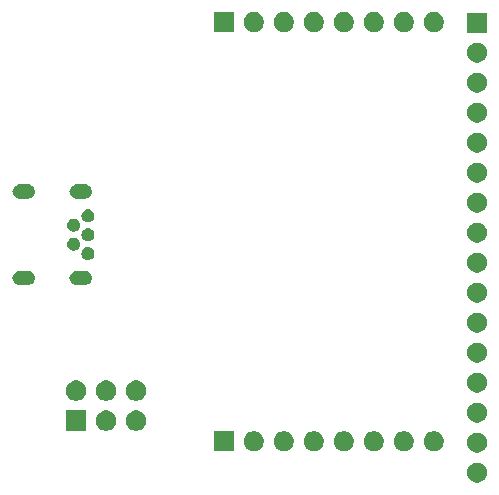
<source format=gbs>
G04 #@! TF.GenerationSoftware,KiCad,Pcbnew,(5.1.6)-1*
G04 #@! TF.CreationDate,2020-08-27T23:19:36-05:00*
G04 #@! TF.ProjectId,PikateaTPM,50696b61-7465-4615-9450-4d2e6b696361,rev?*
G04 #@! TF.SameCoordinates,Original*
G04 #@! TF.FileFunction,Soldermask,Bot*
G04 #@! TF.FilePolarity,Negative*
%FSLAX46Y46*%
G04 Gerber Fmt 4.6, Leading zero omitted, Abs format (unit mm)*
G04 Created by KiCad (PCBNEW (5.1.6)-1) date 2020-08-27 23:19:36*
%MOMM*%
%LPD*%
G01*
G04 APERTURE LIST*
%ADD10C,0.100000*%
G04 APERTURE END LIST*
D10*
G36*
X156447935Y-132082664D02*
G01*
X156602624Y-132146739D01*
X156602626Y-132146740D01*
X156741844Y-132239762D01*
X156860238Y-132358156D01*
X156953260Y-132497374D01*
X156953261Y-132497376D01*
X157017336Y-132652065D01*
X157050000Y-132816281D01*
X157050000Y-132983719D01*
X157017336Y-133147935D01*
X156953261Y-133302624D01*
X156953260Y-133302626D01*
X156860238Y-133441844D01*
X156741844Y-133560238D01*
X156602626Y-133653260D01*
X156602625Y-133653261D01*
X156602624Y-133653261D01*
X156447935Y-133717336D01*
X156283719Y-133750000D01*
X156116281Y-133750000D01*
X155952065Y-133717336D01*
X155797376Y-133653261D01*
X155797375Y-133653261D01*
X155797374Y-133653260D01*
X155658156Y-133560238D01*
X155539762Y-133441844D01*
X155446740Y-133302626D01*
X155446739Y-133302624D01*
X155382664Y-133147935D01*
X155350000Y-132983719D01*
X155350000Y-132816281D01*
X155382664Y-132652065D01*
X155446739Y-132497376D01*
X155446740Y-132497374D01*
X155539762Y-132358156D01*
X155658156Y-132239762D01*
X155797374Y-132146740D01*
X155797376Y-132146739D01*
X155952065Y-132082664D01*
X156116281Y-132050000D01*
X156283719Y-132050000D01*
X156447935Y-132082664D01*
G37*
G36*
X156447935Y-129542664D02*
G01*
X156561638Y-129589762D01*
X156602626Y-129606740D01*
X156741844Y-129699762D01*
X156860238Y-129818156D01*
X156953260Y-129957374D01*
X156953261Y-129957376D01*
X157017336Y-130112065D01*
X157050000Y-130276281D01*
X157050000Y-130443719D01*
X157017336Y-130607935D01*
X156998825Y-130652624D01*
X156953260Y-130762626D01*
X156860238Y-130901844D01*
X156741844Y-131020238D01*
X156602626Y-131113260D01*
X156602625Y-131113261D01*
X156602624Y-131113261D01*
X156447935Y-131177336D01*
X156283719Y-131210000D01*
X156116281Y-131210000D01*
X155952065Y-131177336D01*
X155797376Y-131113261D01*
X155797375Y-131113261D01*
X155797374Y-131113260D01*
X155658156Y-131020238D01*
X155539762Y-130901844D01*
X155446740Y-130762626D01*
X155401175Y-130652624D01*
X155382664Y-130607935D01*
X155350000Y-130443719D01*
X155350000Y-130276281D01*
X155382664Y-130112065D01*
X155446739Y-129957376D01*
X155446740Y-129957374D01*
X155539762Y-129818156D01*
X155658156Y-129699762D01*
X155797374Y-129606740D01*
X155838362Y-129589762D01*
X155952065Y-129542664D01*
X156116281Y-129510000D01*
X156283719Y-129510000D01*
X156447935Y-129542664D01*
G37*
G36*
X140077935Y-129432664D02*
G01*
X140232624Y-129496739D01*
X140232626Y-129496740D01*
X140371844Y-129589762D01*
X140490238Y-129708156D01*
X140563737Y-129818156D01*
X140583261Y-129847376D01*
X140647336Y-130002065D01*
X140680000Y-130166281D01*
X140680000Y-130333719D01*
X140647336Y-130497935D01*
X140583261Y-130652624D01*
X140583260Y-130652626D01*
X140490238Y-130791844D01*
X140371844Y-130910238D01*
X140232626Y-131003260D01*
X140232625Y-131003261D01*
X140232624Y-131003261D01*
X140077935Y-131067336D01*
X139913719Y-131100000D01*
X139746281Y-131100000D01*
X139582065Y-131067336D01*
X139427376Y-131003261D01*
X139427375Y-131003261D01*
X139427374Y-131003260D01*
X139288156Y-130910238D01*
X139169762Y-130791844D01*
X139076740Y-130652626D01*
X139076739Y-130652624D01*
X139012664Y-130497935D01*
X138980000Y-130333719D01*
X138980000Y-130166281D01*
X139012664Y-130002065D01*
X139076739Y-129847376D01*
X139096263Y-129818156D01*
X139169762Y-129708156D01*
X139288156Y-129589762D01*
X139427374Y-129496740D01*
X139427376Y-129496739D01*
X139582065Y-129432664D01*
X139746281Y-129400000D01*
X139913719Y-129400000D01*
X140077935Y-129432664D01*
G37*
G36*
X137537935Y-129432664D02*
G01*
X137692624Y-129496739D01*
X137692626Y-129496740D01*
X137831844Y-129589762D01*
X137950238Y-129708156D01*
X138023737Y-129818156D01*
X138043261Y-129847376D01*
X138107336Y-130002065D01*
X138140000Y-130166281D01*
X138140000Y-130333719D01*
X138107336Y-130497935D01*
X138043261Y-130652624D01*
X138043260Y-130652626D01*
X137950238Y-130791844D01*
X137831844Y-130910238D01*
X137692626Y-131003260D01*
X137692625Y-131003261D01*
X137692624Y-131003261D01*
X137537935Y-131067336D01*
X137373719Y-131100000D01*
X137206281Y-131100000D01*
X137042065Y-131067336D01*
X136887376Y-131003261D01*
X136887375Y-131003261D01*
X136887374Y-131003260D01*
X136748156Y-130910238D01*
X136629762Y-130791844D01*
X136536740Y-130652626D01*
X136536739Y-130652624D01*
X136472664Y-130497935D01*
X136440000Y-130333719D01*
X136440000Y-130166281D01*
X136472664Y-130002065D01*
X136536739Y-129847376D01*
X136556263Y-129818156D01*
X136629762Y-129708156D01*
X136748156Y-129589762D01*
X136887374Y-129496740D01*
X136887376Y-129496739D01*
X137042065Y-129432664D01*
X137206281Y-129400000D01*
X137373719Y-129400000D01*
X137537935Y-129432664D01*
G37*
G36*
X135600000Y-131100000D02*
G01*
X133900000Y-131100000D01*
X133900000Y-129400000D01*
X135600000Y-129400000D01*
X135600000Y-131100000D01*
G37*
G36*
X145157935Y-129432664D02*
G01*
X145312624Y-129496739D01*
X145312626Y-129496740D01*
X145451844Y-129589762D01*
X145570238Y-129708156D01*
X145643737Y-129818156D01*
X145663261Y-129847376D01*
X145727336Y-130002065D01*
X145760000Y-130166281D01*
X145760000Y-130333719D01*
X145727336Y-130497935D01*
X145663261Y-130652624D01*
X145663260Y-130652626D01*
X145570238Y-130791844D01*
X145451844Y-130910238D01*
X145312626Y-131003260D01*
X145312625Y-131003261D01*
X145312624Y-131003261D01*
X145157935Y-131067336D01*
X144993719Y-131100000D01*
X144826281Y-131100000D01*
X144662065Y-131067336D01*
X144507376Y-131003261D01*
X144507375Y-131003261D01*
X144507374Y-131003260D01*
X144368156Y-130910238D01*
X144249762Y-130791844D01*
X144156740Y-130652626D01*
X144156739Y-130652624D01*
X144092664Y-130497935D01*
X144060000Y-130333719D01*
X144060000Y-130166281D01*
X144092664Y-130002065D01*
X144156739Y-129847376D01*
X144176263Y-129818156D01*
X144249762Y-129708156D01*
X144368156Y-129589762D01*
X144507374Y-129496740D01*
X144507376Y-129496739D01*
X144662065Y-129432664D01*
X144826281Y-129400000D01*
X144993719Y-129400000D01*
X145157935Y-129432664D01*
G37*
G36*
X147697935Y-129432664D02*
G01*
X147852624Y-129496739D01*
X147852626Y-129496740D01*
X147991844Y-129589762D01*
X148110238Y-129708156D01*
X148183737Y-129818156D01*
X148203261Y-129847376D01*
X148267336Y-130002065D01*
X148300000Y-130166281D01*
X148300000Y-130333719D01*
X148267336Y-130497935D01*
X148203261Y-130652624D01*
X148203260Y-130652626D01*
X148110238Y-130791844D01*
X147991844Y-130910238D01*
X147852626Y-131003260D01*
X147852625Y-131003261D01*
X147852624Y-131003261D01*
X147697935Y-131067336D01*
X147533719Y-131100000D01*
X147366281Y-131100000D01*
X147202065Y-131067336D01*
X147047376Y-131003261D01*
X147047375Y-131003261D01*
X147047374Y-131003260D01*
X146908156Y-130910238D01*
X146789762Y-130791844D01*
X146696740Y-130652626D01*
X146696739Y-130652624D01*
X146632664Y-130497935D01*
X146600000Y-130333719D01*
X146600000Y-130166281D01*
X146632664Y-130002065D01*
X146696739Y-129847376D01*
X146716263Y-129818156D01*
X146789762Y-129708156D01*
X146908156Y-129589762D01*
X147047374Y-129496740D01*
X147047376Y-129496739D01*
X147202065Y-129432664D01*
X147366281Y-129400000D01*
X147533719Y-129400000D01*
X147697935Y-129432664D01*
G37*
G36*
X150237935Y-129432664D02*
G01*
X150392624Y-129496739D01*
X150392626Y-129496740D01*
X150531844Y-129589762D01*
X150650238Y-129708156D01*
X150723737Y-129818156D01*
X150743261Y-129847376D01*
X150807336Y-130002065D01*
X150840000Y-130166281D01*
X150840000Y-130333719D01*
X150807336Y-130497935D01*
X150743261Y-130652624D01*
X150743260Y-130652626D01*
X150650238Y-130791844D01*
X150531844Y-130910238D01*
X150392626Y-131003260D01*
X150392625Y-131003261D01*
X150392624Y-131003261D01*
X150237935Y-131067336D01*
X150073719Y-131100000D01*
X149906281Y-131100000D01*
X149742065Y-131067336D01*
X149587376Y-131003261D01*
X149587375Y-131003261D01*
X149587374Y-131003260D01*
X149448156Y-130910238D01*
X149329762Y-130791844D01*
X149236740Y-130652626D01*
X149236739Y-130652624D01*
X149172664Y-130497935D01*
X149140000Y-130333719D01*
X149140000Y-130166281D01*
X149172664Y-130002065D01*
X149236739Y-129847376D01*
X149256263Y-129818156D01*
X149329762Y-129708156D01*
X149448156Y-129589762D01*
X149587374Y-129496740D01*
X149587376Y-129496739D01*
X149742065Y-129432664D01*
X149906281Y-129400000D01*
X150073719Y-129400000D01*
X150237935Y-129432664D01*
G37*
G36*
X152777935Y-129432664D02*
G01*
X152932624Y-129496739D01*
X152932626Y-129496740D01*
X153071844Y-129589762D01*
X153190238Y-129708156D01*
X153263737Y-129818156D01*
X153283261Y-129847376D01*
X153347336Y-130002065D01*
X153380000Y-130166281D01*
X153380000Y-130333719D01*
X153347336Y-130497935D01*
X153283261Y-130652624D01*
X153283260Y-130652626D01*
X153190238Y-130791844D01*
X153071844Y-130910238D01*
X152932626Y-131003260D01*
X152932625Y-131003261D01*
X152932624Y-131003261D01*
X152777935Y-131067336D01*
X152613719Y-131100000D01*
X152446281Y-131100000D01*
X152282065Y-131067336D01*
X152127376Y-131003261D01*
X152127375Y-131003261D01*
X152127374Y-131003260D01*
X151988156Y-130910238D01*
X151869762Y-130791844D01*
X151776740Y-130652626D01*
X151776739Y-130652624D01*
X151712664Y-130497935D01*
X151680000Y-130333719D01*
X151680000Y-130166281D01*
X151712664Y-130002065D01*
X151776739Y-129847376D01*
X151796263Y-129818156D01*
X151869762Y-129708156D01*
X151988156Y-129589762D01*
X152127374Y-129496740D01*
X152127376Y-129496739D01*
X152282065Y-129432664D01*
X152446281Y-129400000D01*
X152613719Y-129400000D01*
X152777935Y-129432664D01*
G37*
G36*
X142617935Y-129432664D02*
G01*
X142772624Y-129496739D01*
X142772626Y-129496740D01*
X142911844Y-129589762D01*
X143030238Y-129708156D01*
X143103737Y-129818156D01*
X143123261Y-129847376D01*
X143187336Y-130002065D01*
X143220000Y-130166281D01*
X143220000Y-130333719D01*
X143187336Y-130497935D01*
X143123261Y-130652624D01*
X143123260Y-130652626D01*
X143030238Y-130791844D01*
X142911844Y-130910238D01*
X142772626Y-131003260D01*
X142772625Y-131003261D01*
X142772624Y-131003261D01*
X142617935Y-131067336D01*
X142453719Y-131100000D01*
X142286281Y-131100000D01*
X142122065Y-131067336D01*
X141967376Y-131003261D01*
X141967375Y-131003261D01*
X141967374Y-131003260D01*
X141828156Y-130910238D01*
X141709762Y-130791844D01*
X141616740Y-130652626D01*
X141616739Y-130652624D01*
X141552664Y-130497935D01*
X141520000Y-130333719D01*
X141520000Y-130166281D01*
X141552664Y-130002065D01*
X141616739Y-129847376D01*
X141636263Y-129818156D01*
X141709762Y-129708156D01*
X141828156Y-129589762D01*
X141967374Y-129496740D01*
X141967376Y-129496739D01*
X142122065Y-129432664D01*
X142286281Y-129400000D01*
X142453719Y-129400000D01*
X142617935Y-129432664D01*
G37*
G36*
X123113600Y-129363600D02*
G01*
X121386400Y-129363600D01*
X121386400Y-127636400D01*
X123113600Y-127636400D01*
X123113600Y-129363600D01*
G37*
G36*
X125041903Y-127669587D02*
G01*
X125199068Y-127734687D01*
X125340513Y-127829198D01*
X125460802Y-127949487D01*
X125555313Y-128090932D01*
X125620413Y-128248097D01*
X125653600Y-128414943D01*
X125653600Y-128585057D01*
X125620413Y-128751903D01*
X125555313Y-128909068D01*
X125460802Y-129050513D01*
X125340513Y-129170802D01*
X125199068Y-129265313D01*
X125041903Y-129330413D01*
X124875057Y-129363600D01*
X124704943Y-129363600D01*
X124538097Y-129330413D01*
X124380932Y-129265313D01*
X124239487Y-129170802D01*
X124119198Y-129050513D01*
X124024687Y-128909068D01*
X123959587Y-128751903D01*
X123926400Y-128585057D01*
X123926400Y-128414943D01*
X123959587Y-128248097D01*
X124024687Y-128090932D01*
X124119198Y-127949487D01*
X124239487Y-127829198D01*
X124380932Y-127734687D01*
X124538097Y-127669587D01*
X124704943Y-127636400D01*
X124875057Y-127636400D01*
X125041903Y-127669587D01*
G37*
G36*
X127581903Y-127669587D02*
G01*
X127739068Y-127734687D01*
X127880513Y-127829198D01*
X128000802Y-127949487D01*
X128095313Y-128090932D01*
X128160413Y-128248097D01*
X128193600Y-128414943D01*
X128193600Y-128585057D01*
X128160413Y-128751903D01*
X128095313Y-128909068D01*
X128000802Y-129050513D01*
X127880513Y-129170802D01*
X127739068Y-129265313D01*
X127581903Y-129330413D01*
X127415057Y-129363600D01*
X127244943Y-129363600D01*
X127078097Y-129330413D01*
X126920932Y-129265313D01*
X126779487Y-129170802D01*
X126659198Y-129050513D01*
X126564687Y-128909068D01*
X126499587Y-128751903D01*
X126466400Y-128585057D01*
X126466400Y-128414943D01*
X126499587Y-128248097D01*
X126564687Y-128090932D01*
X126659198Y-127949487D01*
X126779487Y-127829198D01*
X126920932Y-127734687D01*
X127078097Y-127669587D01*
X127244943Y-127636400D01*
X127415057Y-127636400D01*
X127581903Y-127669587D01*
G37*
G36*
X156447935Y-127002664D02*
G01*
X156602624Y-127066739D01*
X156602626Y-127066740D01*
X156741844Y-127159762D01*
X156860238Y-127278156D01*
X156953260Y-127417374D01*
X156953261Y-127417376D01*
X157017336Y-127572065D01*
X157050000Y-127736281D01*
X157050000Y-127903719D01*
X157017336Y-128067935D01*
X156953261Y-128222624D01*
X156953260Y-128222626D01*
X156860238Y-128361844D01*
X156741844Y-128480238D01*
X156602626Y-128573260D01*
X156602625Y-128573261D01*
X156602624Y-128573261D01*
X156447935Y-128637336D01*
X156283719Y-128670000D01*
X156116281Y-128670000D01*
X155952065Y-128637336D01*
X155797376Y-128573261D01*
X155797375Y-128573261D01*
X155797374Y-128573260D01*
X155658156Y-128480238D01*
X155539762Y-128361844D01*
X155446740Y-128222626D01*
X155446739Y-128222624D01*
X155382664Y-128067935D01*
X155350000Y-127903719D01*
X155350000Y-127736281D01*
X155382664Y-127572065D01*
X155446739Y-127417376D01*
X155446740Y-127417374D01*
X155539762Y-127278156D01*
X155658156Y-127159762D01*
X155797374Y-127066740D01*
X155797376Y-127066739D01*
X155952065Y-127002664D01*
X156116281Y-126970000D01*
X156283719Y-126970000D01*
X156447935Y-127002664D01*
G37*
G36*
X127581903Y-125129587D02*
G01*
X127739068Y-125194687D01*
X127880513Y-125289198D01*
X128000802Y-125409487D01*
X128095313Y-125550932D01*
X128160413Y-125708097D01*
X128193600Y-125874943D01*
X128193600Y-126045057D01*
X128160413Y-126211903D01*
X128095313Y-126369068D01*
X128000802Y-126510513D01*
X127880513Y-126630802D01*
X127739068Y-126725313D01*
X127581903Y-126790413D01*
X127415057Y-126823600D01*
X127244943Y-126823600D01*
X127078097Y-126790413D01*
X126920932Y-126725313D01*
X126779487Y-126630802D01*
X126659198Y-126510513D01*
X126564687Y-126369068D01*
X126499587Y-126211903D01*
X126466400Y-126045057D01*
X126466400Y-125874943D01*
X126499587Y-125708097D01*
X126564687Y-125550932D01*
X126659198Y-125409487D01*
X126779487Y-125289198D01*
X126920932Y-125194687D01*
X127078097Y-125129587D01*
X127244943Y-125096400D01*
X127415057Y-125096400D01*
X127581903Y-125129587D01*
G37*
G36*
X122501903Y-125129587D02*
G01*
X122659068Y-125194687D01*
X122800513Y-125289198D01*
X122920802Y-125409487D01*
X123015313Y-125550932D01*
X123080413Y-125708097D01*
X123113600Y-125874943D01*
X123113600Y-126045057D01*
X123080413Y-126211903D01*
X123015313Y-126369068D01*
X122920802Y-126510513D01*
X122800513Y-126630802D01*
X122659068Y-126725313D01*
X122501903Y-126790413D01*
X122335057Y-126823600D01*
X122164943Y-126823600D01*
X121998097Y-126790413D01*
X121840932Y-126725313D01*
X121699487Y-126630802D01*
X121579198Y-126510513D01*
X121484687Y-126369068D01*
X121419587Y-126211903D01*
X121386400Y-126045057D01*
X121386400Y-125874943D01*
X121419587Y-125708097D01*
X121484687Y-125550932D01*
X121579198Y-125409487D01*
X121699487Y-125289198D01*
X121840932Y-125194687D01*
X121998097Y-125129587D01*
X122164943Y-125096400D01*
X122335057Y-125096400D01*
X122501903Y-125129587D01*
G37*
G36*
X125041903Y-125129587D02*
G01*
X125199068Y-125194687D01*
X125340513Y-125289198D01*
X125460802Y-125409487D01*
X125555313Y-125550932D01*
X125620413Y-125708097D01*
X125653600Y-125874943D01*
X125653600Y-126045057D01*
X125620413Y-126211903D01*
X125555313Y-126369068D01*
X125460802Y-126510513D01*
X125340513Y-126630802D01*
X125199068Y-126725313D01*
X125041903Y-126790413D01*
X124875057Y-126823600D01*
X124704943Y-126823600D01*
X124538097Y-126790413D01*
X124380932Y-126725313D01*
X124239487Y-126630802D01*
X124119198Y-126510513D01*
X124024687Y-126369068D01*
X123959587Y-126211903D01*
X123926400Y-126045057D01*
X123926400Y-125874943D01*
X123959587Y-125708097D01*
X124024687Y-125550932D01*
X124119198Y-125409487D01*
X124239487Y-125289198D01*
X124380932Y-125194687D01*
X124538097Y-125129587D01*
X124704943Y-125096400D01*
X124875057Y-125096400D01*
X125041903Y-125129587D01*
G37*
G36*
X156447935Y-124462664D02*
G01*
X156602624Y-124526739D01*
X156602626Y-124526740D01*
X156741844Y-124619762D01*
X156860238Y-124738156D01*
X156953260Y-124877374D01*
X156953261Y-124877376D01*
X157017336Y-125032065D01*
X157050000Y-125196281D01*
X157050000Y-125363719D01*
X157017336Y-125527935D01*
X156953261Y-125682624D01*
X156953260Y-125682626D01*
X156860238Y-125821844D01*
X156741844Y-125940238D01*
X156602626Y-126033260D01*
X156602625Y-126033261D01*
X156602624Y-126033261D01*
X156447935Y-126097336D01*
X156283719Y-126130000D01*
X156116281Y-126130000D01*
X155952065Y-126097336D01*
X155797376Y-126033261D01*
X155797375Y-126033261D01*
X155797374Y-126033260D01*
X155658156Y-125940238D01*
X155539762Y-125821844D01*
X155446740Y-125682626D01*
X155446739Y-125682624D01*
X155382664Y-125527935D01*
X155350000Y-125363719D01*
X155350000Y-125196281D01*
X155382664Y-125032065D01*
X155446739Y-124877376D01*
X155446740Y-124877374D01*
X155539762Y-124738156D01*
X155658156Y-124619762D01*
X155797374Y-124526740D01*
X155797376Y-124526739D01*
X155952065Y-124462664D01*
X156116281Y-124430000D01*
X156283719Y-124430000D01*
X156447935Y-124462664D01*
G37*
G36*
X156447935Y-121922664D02*
G01*
X156602624Y-121986739D01*
X156602626Y-121986740D01*
X156741844Y-122079762D01*
X156860238Y-122198156D01*
X156953260Y-122337374D01*
X156953261Y-122337376D01*
X157017336Y-122492065D01*
X157050000Y-122656281D01*
X157050000Y-122823719D01*
X157017336Y-122987935D01*
X156953261Y-123142624D01*
X156953260Y-123142626D01*
X156860238Y-123281844D01*
X156741844Y-123400238D01*
X156602626Y-123493260D01*
X156602625Y-123493261D01*
X156602624Y-123493261D01*
X156447935Y-123557336D01*
X156283719Y-123590000D01*
X156116281Y-123590000D01*
X155952065Y-123557336D01*
X155797376Y-123493261D01*
X155797375Y-123493261D01*
X155797374Y-123493260D01*
X155658156Y-123400238D01*
X155539762Y-123281844D01*
X155446740Y-123142626D01*
X155446739Y-123142624D01*
X155382664Y-122987935D01*
X155350000Y-122823719D01*
X155350000Y-122656281D01*
X155382664Y-122492065D01*
X155446739Y-122337376D01*
X155446740Y-122337374D01*
X155539762Y-122198156D01*
X155658156Y-122079762D01*
X155797374Y-121986740D01*
X155797376Y-121986739D01*
X155952065Y-121922664D01*
X156116281Y-121890000D01*
X156283719Y-121890000D01*
X156447935Y-121922664D01*
G37*
G36*
X156447935Y-119382664D02*
G01*
X156602624Y-119446739D01*
X156602626Y-119446740D01*
X156741844Y-119539762D01*
X156860238Y-119658156D01*
X156953260Y-119797374D01*
X156953261Y-119797376D01*
X157017336Y-119952065D01*
X157050000Y-120116281D01*
X157050000Y-120283719D01*
X157017336Y-120447935D01*
X156953261Y-120602624D01*
X156953260Y-120602626D01*
X156860238Y-120741844D01*
X156741844Y-120860238D01*
X156602626Y-120953260D01*
X156602625Y-120953261D01*
X156602624Y-120953261D01*
X156447935Y-121017336D01*
X156283719Y-121050000D01*
X156116281Y-121050000D01*
X155952065Y-121017336D01*
X155797376Y-120953261D01*
X155797375Y-120953261D01*
X155797374Y-120953260D01*
X155658156Y-120860238D01*
X155539762Y-120741844D01*
X155446740Y-120602626D01*
X155446739Y-120602624D01*
X155382664Y-120447935D01*
X155350000Y-120283719D01*
X155350000Y-120116281D01*
X155382664Y-119952065D01*
X155446739Y-119797376D01*
X155446740Y-119797374D01*
X155539762Y-119658156D01*
X155658156Y-119539762D01*
X155797374Y-119446740D01*
X155797376Y-119446739D01*
X155952065Y-119382664D01*
X156116281Y-119350000D01*
X156283719Y-119350000D01*
X156447935Y-119382664D01*
G37*
G36*
X156447935Y-116842664D02*
G01*
X156602624Y-116906739D01*
X156602626Y-116906740D01*
X156741844Y-116999762D01*
X156860238Y-117118156D01*
X156953260Y-117257374D01*
X156953261Y-117257376D01*
X157017336Y-117412065D01*
X157050000Y-117576281D01*
X157050000Y-117743719D01*
X157017336Y-117907935D01*
X156953261Y-118062624D01*
X156953260Y-118062626D01*
X156860238Y-118201844D01*
X156741844Y-118320238D01*
X156602626Y-118413260D01*
X156602625Y-118413261D01*
X156602624Y-118413261D01*
X156447935Y-118477336D01*
X156283719Y-118510000D01*
X156116281Y-118510000D01*
X155952065Y-118477336D01*
X155797376Y-118413261D01*
X155797375Y-118413261D01*
X155797374Y-118413260D01*
X155658156Y-118320238D01*
X155539762Y-118201844D01*
X155446740Y-118062626D01*
X155446739Y-118062624D01*
X155382664Y-117907935D01*
X155350000Y-117743719D01*
X155350000Y-117576281D01*
X155382664Y-117412065D01*
X155446739Y-117257376D01*
X155446740Y-117257374D01*
X155539762Y-117118156D01*
X155658156Y-116999762D01*
X155797374Y-116906740D01*
X155797376Y-116906739D01*
X155952065Y-116842664D01*
X156116281Y-116810000D01*
X156283719Y-116810000D01*
X156447935Y-116842664D01*
G37*
G36*
X118282099Y-115808682D02*
G01*
X118395199Y-115842990D01*
X118499433Y-115898704D01*
X118590795Y-115973683D01*
X118665774Y-116065045D01*
X118721488Y-116169279D01*
X118755796Y-116282379D01*
X118767381Y-116400000D01*
X118755796Y-116517621D01*
X118721488Y-116630721D01*
X118665774Y-116734955D01*
X118590795Y-116826317D01*
X118499433Y-116901296D01*
X118395199Y-116957010D01*
X118282099Y-116991318D01*
X118193952Y-117000000D01*
X117435004Y-117000000D01*
X117346857Y-116991318D01*
X117233757Y-116957010D01*
X117129523Y-116901296D01*
X117038161Y-116826317D01*
X116963182Y-116734955D01*
X116907468Y-116630721D01*
X116873160Y-116517621D01*
X116861575Y-116400000D01*
X116873160Y-116282379D01*
X116907468Y-116169279D01*
X116963182Y-116065045D01*
X117038161Y-115973683D01*
X117129523Y-115898704D01*
X117233757Y-115842990D01*
X117346857Y-115808682D01*
X117435004Y-115800000D01*
X118193952Y-115800000D01*
X118282099Y-115808682D01*
G37*
G36*
X123102099Y-115808682D02*
G01*
X123215199Y-115842990D01*
X123319433Y-115898704D01*
X123410795Y-115973683D01*
X123485774Y-116065045D01*
X123541488Y-116169279D01*
X123575796Y-116282379D01*
X123587381Y-116400000D01*
X123575796Y-116517621D01*
X123541488Y-116630721D01*
X123485774Y-116734955D01*
X123410795Y-116826317D01*
X123319433Y-116901296D01*
X123215199Y-116957010D01*
X123102099Y-116991318D01*
X123013952Y-117000000D01*
X122255004Y-117000000D01*
X122166857Y-116991318D01*
X122053757Y-116957010D01*
X121949523Y-116901296D01*
X121858161Y-116826317D01*
X121783182Y-116734955D01*
X121727468Y-116630721D01*
X121693160Y-116517621D01*
X121681575Y-116400000D01*
X121693160Y-116282379D01*
X121727468Y-116169279D01*
X121783182Y-116065045D01*
X121858161Y-115973683D01*
X121949523Y-115898704D01*
X122053757Y-115842990D01*
X122166857Y-115808682D01*
X122255004Y-115800000D01*
X123013952Y-115800000D01*
X123102099Y-115808682D01*
G37*
G36*
X156447935Y-114302664D02*
G01*
X156602624Y-114366739D01*
X156602626Y-114366740D01*
X156741844Y-114459762D01*
X156860238Y-114578156D01*
X156953260Y-114717374D01*
X156953261Y-114717376D01*
X157017336Y-114872065D01*
X157050000Y-115036281D01*
X157050000Y-115203719D01*
X157017336Y-115367935D01*
X156953261Y-115522624D01*
X156953260Y-115522626D01*
X156860238Y-115661844D01*
X156741844Y-115780238D01*
X156602626Y-115873260D01*
X156602625Y-115873261D01*
X156602624Y-115873261D01*
X156447935Y-115937336D01*
X156283719Y-115970000D01*
X156116281Y-115970000D01*
X155952065Y-115937336D01*
X155797376Y-115873261D01*
X155797375Y-115873261D01*
X155797374Y-115873260D01*
X155658156Y-115780238D01*
X155539762Y-115661844D01*
X155446740Y-115522626D01*
X155446739Y-115522624D01*
X155382664Y-115367935D01*
X155350000Y-115203719D01*
X155350000Y-115036281D01*
X155382664Y-114872065D01*
X155446739Y-114717376D01*
X155446740Y-114717374D01*
X155539762Y-114578156D01*
X155658156Y-114459762D01*
X155797374Y-114366740D01*
X155797376Y-114366739D01*
X155952065Y-114302664D01*
X156116281Y-114270000D01*
X156283719Y-114270000D01*
X156447935Y-114302664D01*
G37*
G36*
X123359487Y-113814091D02*
G01*
X123394907Y-113821136D01*
X123444954Y-113841866D01*
X123495002Y-113862597D01*
X123585080Y-113922785D01*
X123661693Y-113999398D01*
X123721881Y-114089476D01*
X123763342Y-114189572D01*
X123784478Y-114295828D01*
X123784478Y-114404172D01*
X123763342Y-114510428D01*
X123721881Y-114610524D01*
X123661693Y-114700602D01*
X123585080Y-114777215D01*
X123495002Y-114837403D01*
X123444954Y-114858133D01*
X123394907Y-114878864D01*
X123359487Y-114885909D01*
X123288650Y-114900000D01*
X123180306Y-114900000D01*
X123109469Y-114885909D01*
X123074049Y-114878864D01*
X123024002Y-114858133D01*
X122973954Y-114837403D01*
X122883876Y-114777215D01*
X122807263Y-114700602D01*
X122747075Y-114610524D01*
X122705614Y-114510428D01*
X122684478Y-114404172D01*
X122684478Y-114295828D01*
X122705614Y-114189572D01*
X122747075Y-114089476D01*
X122807263Y-113999398D01*
X122883876Y-113922785D01*
X122973954Y-113862597D01*
X123024002Y-113841866D01*
X123074049Y-113821136D01*
X123109469Y-113814091D01*
X123180306Y-113800000D01*
X123288650Y-113800000D01*
X123359487Y-113814091D01*
G37*
G36*
X122159487Y-113014091D02*
G01*
X122194907Y-113021136D01*
X122244954Y-113041867D01*
X122295002Y-113062597D01*
X122385080Y-113122785D01*
X122461693Y-113199398D01*
X122521881Y-113289476D01*
X122521881Y-113289477D01*
X122563342Y-113389571D01*
X122570387Y-113424991D01*
X122584478Y-113495828D01*
X122584478Y-113604172D01*
X122563342Y-113710428D01*
X122521881Y-113810524D01*
X122461693Y-113900602D01*
X122385080Y-113977215D01*
X122295002Y-114037403D01*
X122244954Y-114058133D01*
X122194907Y-114078864D01*
X122159487Y-114085909D01*
X122088650Y-114100000D01*
X121980306Y-114100000D01*
X121909469Y-114085909D01*
X121874049Y-114078864D01*
X121824002Y-114058133D01*
X121773954Y-114037403D01*
X121683876Y-113977215D01*
X121607263Y-113900602D01*
X121547075Y-113810524D01*
X121505614Y-113710428D01*
X121484478Y-113604172D01*
X121484478Y-113495828D01*
X121498569Y-113424991D01*
X121505614Y-113389571D01*
X121547075Y-113289477D01*
X121547075Y-113289476D01*
X121607263Y-113199398D01*
X121683876Y-113122785D01*
X121773954Y-113062597D01*
X121824002Y-113041867D01*
X121874049Y-113021136D01*
X121909469Y-113014091D01*
X121980306Y-113000000D01*
X122088650Y-113000000D01*
X122159487Y-113014091D01*
G37*
G36*
X156447935Y-111762664D02*
G01*
X156602624Y-111826739D01*
X156602626Y-111826740D01*
X156741844Y-111919762D01*
X156860238Y-112038156D01*
X156908528Y-112110428D01*
X156953261Y-112177376D01*
X157017336Y-112332065D01*
X157050000Y-112496281D01*
X157050000Y-112663719D01*
X157017336Y-112827935D01*
X156983166Y-112910428D01*
X156953260Y-112982626D01*
X156860238Y-113121844D01*
X156741844Y-113240238D01*
X156602626Y-113333260D01*
X156602625Y-113333261D01*
X156602624Y-113333261D01*
X156447935Y-113397336D01*
X156283719Y-113430000D01*
X156116281Y-113430000D01*
X155952065Y-113397336D01*
X155797376Y-113333261D01*
X155797375Y-113333261D01*
X155797374Y-113333260D01*
X155658156Y-113240238D01*
X155539762Y-113121844D01*
X155446740Y-112982626D01*
X155416834Y-112910428D01*
X155382664Y-112827935D01*
X155350000Y-112663719D01*
X155350000Y-112496281D01*
X155382664Y-112332065D01*
X155446739Y-112177376D01*
X155491472Y-112110428D01*
X155539762Y-112038156D01*
X155658156Y-111919762D01*
X155797374Y-111826740D01*
X155797376Y-111826739D01*
X155952065Y-111762664D01*
X156116281Y-111730000D01*
X156283719Y-111730000D01*
X156447935Y-111762664D01*
G37*
G36*
X123359487Y-112214091D02*
G01*
X123394907Y-112221136D01*
X123444954Y-112241866D01*
X123495002Y-112262597D01*
X123585080Y-112322785D01*
X123661693Y-112399398D01*
X123721881Y-112489476D01*
X123763342Y-112589572D01*
X123784478Y-112695828D01*
X123784478Y-112804172D01*
X123763342Y-112910428D01*
X123721881Y-113010524D01*
X123661693Y-113100602D01*
X123585080Y-113177215D01*
X123495002Y-113237403D01*
X123444954Y-113258133D01*
X123394907Y-113278864D01*
X123359487Y-113285909D01*
X123288650Y-113300000D01*
X123180306Y-113300000D01*
X123109469Y-113285909D01*
X123074049Y-113278864D01*
X123024002Y-113258133D01*
X122973954Y-113237403D01*
X122883876Y-113177215D01*
X122807263Y-113100602D01*
X122747075Y-113010524D01*
X122705614Y-112910428D01*
X122684478Y-112804172D01*
X122684478Y-112695828D01*
X122705614Y-112589572D01*
X122747075Y-112489476D01*
X122807263Y-112399398D01*
X122883876Y-112322785D01*
X122973954Y-112262597D01*
X123024002Y-112241866D01*
X123074049Y-112221136D01*
X123109469Y-112214091D01*
X123180306Y-112200000D01*
X123288650Y-112200000D01*
X123359487Y-112214091D01*
G37*
G36*
X122159487Y-111414091D02*
G01*
X122194907Y-111421136D01*
X122244954Y-111441867D01*
X122295002Y-111462597D01*
X122385080Y-111522785D01*
X122461693Y-111599398D01*
X122521881Y-111689476D01*
X122542612Y-111739524D01*
X122552197Y-111762664D01*
X122563342Y-111789572D01*
X122584478Y-111895828D01*
X122584478Y-112004172D01*
X122563342Y-112110428D01*
X122521881Y-112210524D01*
X122461693Y-112300602D01*
X122385080Y-112377215D01*
X122295002Y-112437403D01*
X122244954Y-112458134D01*
X122194907Y-112478864D01*
X122159487Y-112485909D01*
X122088650Y-112500000D01*
X121980306Y-112500000D01*
X121909469Y-112485909D01*
X121874049Y-112478864D01*
X121824002Y-112458134D01*
X121773954Y-112437403D01*
X121683876Y-112377215D01*
X121607263Y-112300602D01*
X121547075Y-112210524D01*
X121505614Y-112110428D01*
X121484478Y-112004172D01*
X121484478Y-111895828D01*
X121505614Y-111789572D01*
X121516760Y-111762664D01*
X121526345Y-111739524D01*
X121547075Y-111689476D01*
X121607263Y-111599398D01*
X121683876Y-111522785D01*
X121773954Y-111462597D01*
X121824002Y-111441867D01*
X121874049Y-111421136D01*
X121909469Y-111414091D01*
X121980306Y-111400000D01*
X122088650Y-111400000D01*
X122159487Y-111414091D01*
G37*
G36*
X123359487Y-110614091D02*
G01*
X123394907Y-110621136D01*
X123444954Y-110641867D01*
X123495002Y-110662597D01*
X123585080Y-110722785D01*
X123661693Y-110799398D01*
X123721881Y-110889476D01*
X123763342Y-110989572D01*
X123784478Y-111095828D01*
X123784478Y-111204172D01*
X123763342Y-111310428D01*
X123721881Y-111410524D01*
X123661693Y-111500602D01*
X123585080Y-111577215D01*
X123495002Y-111637403D01*
X123444954Y-111658134D01*
X123394907Y-111678864D01*
X123359487Y-111685909D01*
X123288650Y-111700000D01*
X123180306Y-111700000D01*
X123109469Y-111685909D01*
X123074049Y-111678864D01*
X123024002Y-111658134D01*
X122973954Y-111637403D01*
X122883876Y-111577215D01*
X122807263Y-111500602D01*
X122747075Y-111410524D01*
X122705614Y-111310428D01*
X122684478Y-111204172D01*
X122684478Y-111095828D01*
X122705614Y-110989572D01*
X122747075Y-110889476D01*
X122807263Y-110799398D01*
X122883876Y-110722785D01*
X122973954Y-110662597D01*
X123024002Y-110641866D01*
X123074049Y-110621136D01*
X123109469Y-110614091D01*
X123180306Y-110600000D01*
X123288650Y-110600000D01*
X123359487Y-110614091D01*
G37*
G36*
X156447935Y-109222664D02*
G01*
X156602624Y-109286739D01*
X156602626Y-109286740D01*
X156741844Y-109379762D01*
X156860238Y-109498156D01*
X156953260Y-109637374D01*
X156953261Y-109637376D01*
X157017336Y-109792065D01*
X157050000Y-109956281D01*
X157050000Y-110123719D01*
X157017336Y-110287935D01*
X156953261Y-110442624D01*
X156953260Y-110442626D01*
X156860238Y-110581844D01*
X156741844Y-110700238D01*
X156602626Y-110793260D01*
X156602625Y-110793261D01*
X156602624Y-110793261D01*
X156447935Y-110857336D01*
X156283719Y-110890000D01*
X156116281Y-110890000D01*
X155952065Y-110857336D01*
X155797376Y-110793261D01*
X155797375Y-110793261D01*
X155797374Y-110793260D01*
X155658156Y-110700238D01*
X155539762Y-110581844D01*
X155446740Y-110442626D01*
X155446739Y-110442624D01*
X155382664Y-110287935D01*
X155350000Y-110123719D01*
X155350000Y-109956281D01*
X155382664Y-109792065D01*
X155446739Y-109637376D01*
X155446740Y-109637374D01*
X155539762Y-109498156D01*
X155658156Y-109379762D01*
X155797374Y-109286740D01*
X155797376Y-109286739D01*
X155952065Y-109222664D01*
X156116281Y-109190000D01*
X156283719Y-109190000D01*
X156447935Y-109222664D01*
G37*
G36*
X118282099Y-108508682D02*
G01*
X118395199Y-108542990D01*
X118499433Y-108598704D01*
X118590795Y-108673683D01*
X118665774Y-108765045D01*
X118721488Y-108869279D01*
X118755796Y-108982379D01*
X118767381Y-109100000D01*
X118755796Y-109217621D01*
X118721488Y-109330721D01*
X118665774Y-109434955D01*
X118590795Y-109526317D01*
X118499433Y-109601296D01*
X118395199Y-109657010D01*
X118282099Y-109691318D01*
X118193952Y-109700000D01*
X117435004Y-109700000D01*
X117346857Y-109691318D01*
X117233757Y-109657010D01*
X117129523Y-109601296D01*
X117038161Y-109526317D01*
X116963182Y-109434955D01*
X116907468Y-109330721D01*
X116873160Y-109217621D01*
X116861575Y-109100000D01*
X116873160Y-108982379D01*
X116907468Y-108869279D01*
X116963182Y-108765045D01*
X117038161Y-108673683D01*
X117129523Y-108598704D01*
X117233757Y-108542990D01*
X117346857Y-108508682D01*
X117435004Y-108500000D01*
X118193952Y-108500000D01*
X118282099Y-108508682D01*
G37*
G36*
X123102099Y-108508682D02*
G01*
X123215199Y-108542990D01*
X123319433Y-108598704D01*
X123410795Y-108673683D01*
X123485774Y-108765045D01*
X123541488Y-108869279D01*
X123575796Y-108982379D01*
X123587381Y-109100000D01*
X123575796Y-109217621D01*
X123541488Y-109330721D01*
X123485774Y-109434955D01*
X123410795Y-109526317D01*
X123319433Y-109601296D01*
X123215199Y-109657010D01*
X123102099Y-109691318D01*
X123013952Y-109700000D01*
X122255004Y-109700000D01*
X122166857Y-109691318D01*
X122053757Y-109657010D01*
X121949523Y-109601296D01*
X121858161Y-109526317D01*
X121783182Y-109434955D01*
X121727468Y-109330721D01*
X121693160Y-109217621D01*
X121681575Y-109100000D01*
X121693160Y-108982379D01*
X121727468Y-108869279D01*
X121783182Y-108765045D01*
X121858161Y-108673683D01*
X121949523Y-108598704D01*
X122053757Y-108542990D01*
X122166857Y-108508682D01*
X122255004Y-108500000D01*
X123013952Y-108500000D01*
X123102099Y-108508682D01*
G37*
G36*
X156447935Y-106682664D02*
G01*
X156602624Y-106746739D01*
X156602626Y-106746740D01*
X156741844Y-106839762D01*
X156860238Y-106958156D01*
X156953260Y-107097374D01*
X156953261Y-107097376D01*
X157017336Y-107252065D01*
X157050000Y-107416281D01*
X157050000Y-107583719D01*
X157017336Y-107747935D01*
X156953261Y-107902624D01*
X156953260Y-107902626D01*
X156860238Y-108041844D01*
X156741844Y-108160238D01*
X156602626Y-108253260D01*
X156602625Y-108253261D01*
X156602624Y-108253261D01*
X156447935Y-108317336D01*
X156283719Y-108350000D01*
X156116281Y-108350000D01*
X155952065Y-108317336D01*
X155797376Y-108253261D01*
X155797375Y-108253261D01*
X155797374Y-108253260D01*
X155658156Y-108160238D01*
X155539762Y-108041844D01*
X155446740Y-107902626D01*
X155446739Y-107902624D01*
X155382664Y-107747935D01*
X155350000Y-107583719D01*
X155350000Y-107416281D01*
X155382664Y-107252065D01*
X155446739Y-107097376D01*
X155446740Y-107097374D01*
X155539762Y-106958156D01*
X155658156Y-106839762D01*
X155797374Y-106746740D01*
X155797376Y-106746739D01*
X155952065Y-106682664D01*
X156116281Y-106650000D01*
X156283719Y-106650000D01*
X156447935Y-106682664D01*
G37*
G36*
X156447935Y-104142664D02*
G01*
X156602624Y-104206739D01*
X156602626Y-104206740D01*
X156741844Y-104299762D01*
X156860238Y-104418156D01*
X156953260Y-104557374D01*
X156953261Y-104557376D01*
X157017336Y-104712065D01*
X157050000Y-104876281D01*
X157050000Y-105043719D01*
X157017336Y-105207935D01*
X156953261Y-105362624D01*
X156953260Y-105362626D01*
X156860238Y-105501844D01*
X156741844Y-105620238D01*
X156602626Y-105713260D01*
X156602625Y-105713261D01*
X156602624Y-105713261D01*
X156447935Y-105777336D01*
X156283719Y-105810000D01*
X156116281Y-105810000D01*
X155952065Y-105777336D01*
X155797376Y-105713261D01*
X155797375Y-105713261D01*
X155797374Y-105713260D01*
X155658156Y-105620238D01*
X155539762Y-105501844D01*
X155446740Y-105362626D01*
X155446739Y-105362624D01*
X155382664Y-105207935D01*
X155350000Y-105043719D01*
X155350000Y-104876281D01*
X155382664Y-104712065D01*
X155446739Y-104557376D01*
X155446740Y-104557374D01*
X155539762Y-104418156D01*
X155658156Y-104299762D01*
X155797374Y-104206740D01*
X155797376Y-104206739D01*
X155952065Y-104142664D01*
X156116281Y-104110000D01*
X156283719Y-104110000D01*
X156447935Y-104142664D01*
G37*
G36*
X156447935Y-101602664D02*
G01*
X156602624Y-101666739D01*
X156602626Y-101666740D01*
X156741844Y-101759762D01*
X156860238Y-101878156D01*
X156953260Y-102017374D01*
X156953261Y-102017376D01*
X157017336Y-102172065D01*
X157050000Y-102336281D01*
X157050000Y-102503719D01*
X157017336Y-102667935D01*
X156953261Y-102822624D01*
X156953260Y-102822626D01*
X156860238Y-102961844D01*
X156741844Y-103080238D01*
X156602626Y-103173260D01*
X156602625Y-103173261D01*
X156602624Y-103173261D01*
X156447935Y-103237336D01*
X156283719Y-103270000D01*
X156116281Y-103270000D01*
X155952065Y-103237336D01*
X155797376Y-103173261D01*
X155797375Y-103173261D01*
X155797374Y-103173260D01*
X155658156Y-103080238D01*
X155539762Y-102961844D01*
X155446740Y-102822626D01*
X155446739Y-102822624D01*
X155382664Y-102667935D01*
X155350000Y-102503719D01*
X155350000Y-102336281D01*
X155382664Y-102172065D01*
X155446739Y-102017376D01*
X155446740Y-102017374D01*
X155539762Y-101878156D01*
X155658156Y-101759762D01*
X155797374Y-101666740D01*
X155797376Y-101666739D01*
X155952065Y-101602664D01*
X156116281Y-101570000D01*
X156283719Y-101570000D01*
X156447935Y-101602664D01*
G37*
G36*
X156447935Y-99062664D02*
G01*
X156602624Y-99126739D01*
X156602626Y-99126740D01*
X156741844Y-99219762D01*
X156860238Y-99338156D01*
X156953260Y-99477374D01*
X156953261Y-99477376D01*
X157017336Y-99632065D01*
X157050000Y-99796281D01*
X157050000Y-99963719D01*
X157017336Y-100127935D01*
X156953261Y-100282624D01*
X156953260Y-100282626D01*
X156860238Y-100421844D01*
X156741844Y-100540238D01*
X156602626Y-100633260D01*
X156602625Y-100633261D01*
X156602624Y-100633261D01*
X156447935Y-100697336D01*
X156283719Y-100730000D01*
X156116281Y-100730000D01*
X155952065Y-100697336D01*
X155797376Y-100633261D01*
X155797375Y-100633261D01*
X155797374Y-100633260D01*
X155658156Y-100540238D01*
X155539762Y-100421844D01*
X155446740Y-100282626D01*
X155446739Y-100282624D01*
X155382664Y-100127935D01*
X155350000Y-99963719D01*
X155350000Y-99796281D01*
X155382664Y-99632065D01*
X155446739Y-99477376D01*
X155446740Y-99477374D01*
X155539762Y-99338156D01*
X155658156Y-99219762D01*
X155797374Y-99126740D01*
X155797376Y-99126739D01*
X155952065Y-99062664D01*
X156116281Y-99030000D01*
X156283719Y-99030000D01*
X156447935Y-99062664D01*
G37*
G36*
X156447935Y-96522664D02*
G01*
X156602624Y-96586739D01*
X156602626Y-96586740D01*
X156741844Y-96679762D01*
X156860238Y-96798156D01*
X156953260Y-96937374D01*
X156953261Y-96937376D01*
X157017336Y-97092065D01*
X157050000Y-97256281D01*
X157050000Y-97423719D01*
X157017336Y-97587935D01*
X156953261Y-97742624D01*
X156953260Y-97742626D01*
X156860238Y-97881844D01*
X156741844Y-98000238D01*
X156602626Y-98093260D01*
X156602625Y-98093261D01*
X156602624Y-98093261D01*
X156447935Y-98157336D01*
X156283719Y-98190000D01*
X156116281Y-98190000D01*
X155952065Y-98157336D01*
X155797376Y-98093261D01*
X155797375Y-98093261D01*
X155797374Y-98093260D01*
X155658156Y-98000238D01*
X155539762Y-97881844D01*
X155446740Y-97742626D01*
X155446739Y-97742624D01*
X155382664Y-97587935D01*
X155350000Y-97423719D01*
X155350000Y-97256281D01*
X155382664Y-97092065D01*
X155446739Y-96937376D01*
X155446740Y-96937374D01*
X155539762Y-96798156D01*
X155658156Y-96679762D01*
X155797374Y-96586740D01*
X155797376Y-96586739D01*
X155952065Y-96522664D01*
X156116281Y-96490000D01*
X156283719Y-96490000D01*
X156447935Y-96522664D01*
G37*
G36*
X157050000Y-95650000D02*
G01*
X155350000Y-95650000D01*
X155350000Y-93950000D01*
X157050000Y-93950000D01*
X157050000Y-95650000D01*
G37*
G36*
X152777935Y-93932664D02*
G01*
X152932624Y-93996739D01*
X152932626Y-93996740D01*
X153071844Y-94089762D01*
X153190238Y-94208156D01*
X153283260Y-94347374D01*
X153283261Y-94347376D01*
X153347336Y-94502065D01*
X153380000Y-94666281D01*
X153380000Y-94833719D01*
X153347336Y-94997935D01*
X153283261Y-95152624D01*
X153283260Y-95152626D01*
X153190238Y-95291844D01*
X153071844Y-95410238D01*
X152932626Y-95503260D01*
X152932625Y-95503261D01*
X152932624Y-95503261D01*
X152777935Y-95567336D01*
X152613719Y-95600000D01*
X152446281Y-95600000D01*
X152282065Y-95567336D01*
X152127376Y-95503261D01*
X152127375Y-95503261D01*
X152127374Y-95503260D01*
X151988156Y-95410238D01*
X151869762Y-95291844D01*
X151776740Y-95152626D01*
X151776739Y-95152624D01*
X151712664Y-94997935D01*
X151680000Y-94833719D01*
X151680000Y-94666281D01*
X151712664Y-94502065D01*
X151776739Y-94347376D01*
X151776740Y-94347374D01*
X151869762Y-94208156D01*
X151988156Y-94089762D01*
X152127374Y-93996740D01*
X152127376Y-93996739D01*
X152282065Y-93932664D01*
X152446281Y-93900000D01*
X152613719Y-93900000D01*
X152777935Y-93932664D01*
G37*
G36*
X135600000Y-95600000D02*
G01*
X133900000Y-95600000D01*
X133900000Y-93900000D01*
X135600000Y-93900000D01*
X135600000Y-95600000D01*
G37*
G36*
X137537935Y-93932664D02*
G01*
X137692624Y-93996739D01*
X137692626Y-93996740D01*
X137831844Y-94089762D01*
X137950238Y-94208156D01*
X138043260Y-94347374D01*
X138043261Y-94347376D01*
X138107336Y-94502065D01*
X138140000Y-94666281D01*
X138140000Y-94833719D01*
X138107336Y-94997935D01*
X138043261Y-95152624D01*
X138043260Y-95152626D01*
X137950238Y-95291844D01*
X137831844Y-95410238D01*
X137692626Y-95503260D01*
X137692625Y-95503261D01*
X137692624Y-95503261D01*
X137537935Y-95567336D01*
X137373719Y-95600000D01*
X137206281Y-95600000D01*
X137042065Y-95567336D01*
X136887376Y-95503261D01*
X136887375Y-95503261D01*
X136887374Y-95503260D01*
X136748156Y-95410238D01*
X136629762Y-95291844D01*
X136536740Y-95152626D01*
X136536739Y-95152624D01*
X136472664Y-94997935D01*
X136440000Y-94833719D01*
X136440000Y-94666281D01*
X136472664Y-94502065D01*
X136536739Y-94347376D01*
X136536740Y-94347374D01*
X136629762Y-94208156D01*
X136748156Y-94089762D01*
X136887374Y-93996740D01*
X136887376Y-93996739D01*
X137042065Y-93932664D01*
X137206281Y-93900000D01*
X137373719Y-93900000D01*
X137537935Y-93932664D01*
G37*
G36*
X140077935Y-93932664D02*
G01*
X140232624Y-93996739D01*
X140232626Y-93996740D01*
X140371844Y-94089762D01*
X140490238Y-94208156D01*
X140583260Y-94347374D01*
X140583261Y-94347376D01*
X140647336Y-94502065D01*
X140680000Y-94666281D01*
X140680000Y-94833719D01*
X140647336Y-94997935D01*
X140583261Y-95152624D01*
X140583260Y-95152626D01*
X140490238Y-95291844D01*
X140371844Y-95410238D01*
X140232626Y-95503260D01*
X140232625Y-95503261D01*
X140232624Y-95503261D01*
X140077935Y-95567336D01*
X139913719Y-95600000D01*
X139746281Y-95600000D01*
X139582065Y-95567336D01*
X139427376Y-95503261D01*
X139427375Y-95503261D01*
X139427374Y-95503260D01*
X139288156Y-95410238D01*
X139169762Y-95291844D01*
X139076740Y-95152626D01*
X139076739Y-95152624D01*
X139012664Y-94997935D01*
X138980000Y-94833719D01*
X138980000Y-94666281D01*
X139012664Y-94502065D01*
X139076739Y-94347376D01*
X139076740Y-94347374D01*
X139169762Y-94208156D01*
X139288156Y-94089762D01*
X139427374Y-93996740D01*
X139427376Y-93996739D01*
X139582065Y-93932664D01*
X139746281Y-93900000D01*
X139913719Y-93900000D01*
X140077935Y-93932664D01*
G37*
G36*
X142617935Y-93932664D02*
G01*
X142772624Y-93996739D01*
X142772626Y-93996740D01*
X142911844Y-94089762D01*
X143030238Y-94208156D01*
X143123260Y-94347374D01*
X143123261Y-94347376D01*
X143187336Y-94502065D01*
X143220000Y-94666281D01*
X143220000Y-94833719D01*
X143187336Y-94997935D01*
X143123261Y-95152624D01*
X143123260Y-95152626D01*
X143030238Y-95291844D01*
X142911844Y-95410238D01*
X142772626Y-95503260D01*
X142772625Y-95503261D01*
X142772624Y-95503261D01*
X142617935Y-95567336D01*
X142453719Y-95600000D01*
X142286281Y-95600000D01*
X142122065Y-95567336D01*
X141967376Y-95503261D01*
X141967375Y-95503261D01*
X141967374Y-95503260D01*
X141828156Y-95410238D01*
X141709762Y-95291844D01*
X141616740Y-95152626D01*
X141616739Y-95152624D01*
X141552664Y-94997935D01*
X141520000Y-94833719D01*
X141520000Y-94666281D01*
X141552664Y-94502065D01*
X141616739Y-94347376D01*
X141616740Y-94347374D01*
X141709762Y-94208156D01*
X141828156Y-94089762D01*
X141967374Y-93996740D01*
X141967376Y-93996739D01*
X142122065Y-93932664D01*
X142286281Y-93900000D01*
X142453719Y-93900000D01*
X142617935Y-93932664D01*
G37*
G36*
X145157935Y-93932664D02*
G01*
X145312624Y-93996739D01*
X145312626Y-93996740D01*
X145451844Y-94089762D01*
X145570238Y-94208156D01*
X145663260Y-94347374D01*
X145663261Y-94347376D01*
X145727336Y-94502065D01*
X145760000Y-94666281D01*
X145760000Y-94833719D01*
X145727336Y-94997935D01*
X145663261Y-95152624D01*
X145663260Y-95152626D01*
X145570238Y-95291844D01*
X145451844Y-95410238D01*
X145312626Y-95503260D01*
X145312625Y-95503261D01*
X145312624Y-95503261D01*
X145157935Y-95567336D01*
X144993719Y-95600000D01*
X144826281Y-95600000D01*
X144662065Y-95567336D01*
X144507376Y-95503261D01*
X144507375Y-95503261D01*
X144507374Y-95503260D01*
X144368156Y-95410238D01*
X144249762Y-95291844D01*
X144156740Y-95152626D01*
X144156739Y-95152624D01*
X144092664Y-94997935D01*
X144060000Y-94833719D01*
X144060000Y-94666281D01*
X144092664Y-94502065D01*
X144156739Y-94347376D01*
X144156740Y-94347374D01*
X144249762Y-94208156D01*
X144368156Y-94089762D01*
X144507374Y-93996740D01*
X144507376Y-93996739D01*
X144662065Y-93932664D01*
X144826281Y-93900000D01*
X144993719Y-93900000D01*
X145157935Y-93932664D01*
G37*
G36*
X147697935Y-93932664D02*
G01*
X147852624Y-93996739D01*
X147852626Y-93996740D01*
X147991844Y-94089762D01*
X148110238Y-94208156D01*
X148203260Y-94347374D01*
X148203261Y-94347376D01*
X148267336Y-94502065D01*
X148300000Y-94666281D01*
X148300000Y-94833719D01*
X148267336Y-94997935D01*
X148203261Y-95152624D01*
X148203260Y-95152626D01*
X148110238Y-95291844D01*
X147991844Y-95410238D01*
X147852626Y-95503260D01*
X147852625Y-95503261D01*
X147852624Y-95503261D01*
X147697935Y-95567336D01*
X147533719Y-95600000D01*
X147366281Y-95600000D01*
X147202065Y-95567336D01*
X147047376Y-95503261D01*
X147047375Y-95503261D01*
X147047374Y-95503260D01*
X146908156Y-95410238D01*
X146789762Y-95291844D01*
X146696740Y-95152626D01*
X146696739Y-95152624D01*
X146632664Y-94997935D01*
X146600000Y-94833719D01*
X146600000Y-94666281D01*
X146632664Y-94502065D01*
X146696739Y-94347376D01*
X146696740Y-94347374D01*
X146789762Y-94208156D01*
X146908156Y-94089762D01*
X147047374Y-93996740D01*
X147047376Y-93996739D01*
X147202065Y-93932664D01*
X147366281Y-93900000D01*
X147533719Y-93900000D01*
X147697935Y-93932664D01*
G37*
G36*
X150237935Y-93932664D02*
G01*
X150392624Y-93996739D01*
X150392626Y-93996740D01*
X150531844Y-94089762D01*
X150650238Y-94208156D01*
X150743260Y-94347374D01*
X150743261Y-94347376D01*
X150807336Y-94502065D01*
X150840000Y-94666281D01*
X150840000Y-94833719D01*
X150807336Y-94997935D01*
X150743261Y-95152624D01*
X150743260Y-95152626D01*
X150650238Y-95291844D01*
X150531844Y-95410238D01*
X150392626Y-95503260D01*
X150392625Y-95503261D01*
X150392624Y-95503261D01*
X150237935Y-95567336D01*
X150073719Y-95600000D01*
X149906281Y-95600000D01*
X149742065Y-95567336D01*
X149587376Y-95503261D01*
X149587375Y-95503261D01*
X149587374Y-95503260D01*
X149448156Y-95410238D01*
X149329762Y-95291844D01*
X149236740Y-95152626D01*
X149236739Y-95152624D01*
X149172664Y-94997935D01*
X149140000Y-94833719D01*
X149140000Y-94666281D01*
X149172664Y-94502065D01*
X149236739Y-94347376D01*
X149236740Y-94347374D01*
X149329762Y-94208156D01*
X149448156Y-94089762D01*
X149587374Y-93996740D01*
X149587376Y-93996739D01*
X149742065Y-93932664D01*
X149906281Y-93900000D01*
X150073719Y-93900000D01*
X150237935Y-93932664D01*
G37*
M02*

</source>
